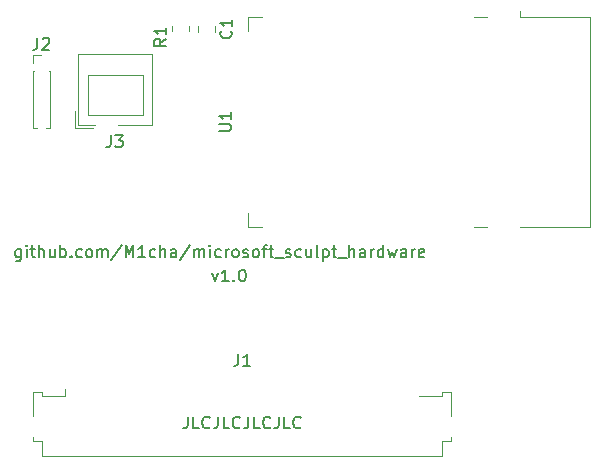
<source format=gbr>
G04 #@! TF.GenerationSoftware,KiCad,Pcbnew,5.1.8*
G04 #@! TF.CreationDate,2020-11-29T11:20:09+01:00*
G04 #@! TF.ProjectId,mssculpt,6d737363-756c-4707-942e-6b696361645f,rev?*
G04 #@! TF.SameCoordinates,Original*
G04 #@! TF.FileFunction,Legend,Top*
G04 #@! TF.FilePolarity,Positive*
%FSLAX46Y46*%
G04 Gerber Fmt 4.6, Leading zero omitted, Abs format (unit mm)*
G04 Created by KiCad (PCBNEW 5.1.8) date 2020-11-29 11:20:09*
%MOMM*%
%LPD*%
G01*
G04 APERTURE LIST*
%ADD10C,0.150000*%
%ADD11C,0.120000*%
G04 APERTURE END LIST*
D10*
X169380952Y-115952380D02*
X169380952Y-116666666D01*
X169333333Y-116809523D01*
X169238095Y-116904761D01*
X169095238Y-116952380D01*
X169000000Y-116952380D01*
X170333333Y-116952380D02*
X169857142Y-116952380D01*
X169857142Y-115952380D01*
X171238095Y-116857142D02*
X171190476Y-116904761D01*
X171047619Y-116952380D01*
X170952380Y-116952380D01*
X170809523Y-116904761D01*
X170714285Y-116809523D01*
X170666666Y-116714285D01*
X170619047Y-116523809D01*
X170619047Y-116380952D01*
X170666666Y-116190476D01*
X170714285Y-116095238D01*
X170809523Y-116000000D01*
X170952380Y-115952380D01*
X171047619Y-115952380D01*
X171190476Y-116000000D01*
X171238095Y-116047619D01*
X171952380Y-115952380D02*
X171952380Y-116666666D01*
X171904761Y-116809523D01*
X171809523Y-116904761D01*
X171666666Y-116952380D01*
X171571428Y-116952380D01*
X172904761Y-116952380D02*
X172428571Y-116952380D01*
X172428571Y-115952380D01*
X173809523Y-116857142D02*
X173761904Y-116904761D01*
X173619047Y-116952380D01*
X173523809Y-116952380D01*
X173380952Y-116904761D01*
X173285714Y-116809523D01*
X173238095Y-116714285D01*
X173190476Y-116523809D01*
X173190476Y-116380952D01*
X173238095Y-116190476D01*
X173285714Y-116095238D01*
X173380952Y-116000000D01*
X173523809Y-115952380D01*
X173619047Y-115952380D01*
X173761904Y-116000000D01*
X173809523Y-116047619D01*
X174523809Y-115952380D02*
X174523809Y-116666666D01*
X174476190Y-116809523D01*
X174380952Y-116904761D01*
X174238095Y-116952380D01*
X174142857Y-116952380D01*
X175476190Y-116952380D02*
X175000000Y-116952380D01*
X175000000Y-115952380D01*
X176380952Y-116857142D02*
X176333333Y-116904761D01*
X176190476Y-116952380D01*
X176095238Y-116952380D01*
X175952380Y-116904761D01*
X175857142Y-116809523D01*
X175809523Y-116714285D01*
X175761904Y-116523809D01*
X175761904Y-116380952D01*
X175809523Y-116190476D01*
X175857142Y-116095238D01*
X175952380Y-116000000D01*
X176095238Y-115952380D01*
X176190476Y-115952380D01*
X176333333Y-116000000D01*
X176380952Y-116047619D01*
X177095238Y-115952380D02*
X177095238Y-116666666D01*
X177047619Y-116809523D01*
X176952380Y-116904761D01*
X176809523Y-116952380D01*
X176714285Y-116952380D01*
X178047619Y-116952380D02*
X177571428Y-116952380D01*
X177571428Y-115952380D01*
X178952380Y-116857142D02*
X178904761Y-116904761D01*
X178761904Y-116952380D01*
X178666666Y-116952380D01*
X178523809Y-116904761D01*
X178428571Y-116809523D01*
X178380952Y-116714285D01*
X178333333Y-116523809D01*
X178333333Y-116380952D01*
X178380952Y-116190476D01*
X178428571Y-116095238D01*
X178523809Y-116000000D01*
X178666666Y-115952380D01*
X178761904Y-115952380D01*
X178904761Y-116000000D01*
X178952380Y-116047619D01*
X171481428Y-103835714D02*
X171719523Y-104502380D01*
X171957619Y-103835714D01*
X172862380Y-104502380D02*
X172290952Y-104502380D01*
X172576666Y-104502380D02*
X172576666Y-103502380D01*
X172481428Y-103645238D01*
X172386190Y-103740476D01*
X172290952Y-103788095D01*
X173290952Y-104407142D02*
X173338571Y-104454761D01*
X173290952Y-104502380D01*
X173243333Y-104454761D01*
X173290952Y-104407142D01*
X173290952Y-104502380D01*
X173957619Y-103502380D02*
X174052857Y-103502380D01*
X174148095Y-103550000D01*
X174195714Y-103597619D01*
X174243333Y-103692857D01*
X174290952Y-103883333D01*
X174290952Y-104121428D01*
X174243333Y-104311904D01*
X174195714Y-104407142D01*
X174148095Y-104454761D01*
X174052857Y-104502380D01*
X173957619Y-104502380D01*
X173862380Y-104454761D01*
X173814761Y-104407142D01*
X173767142Y-104311904D01*
X173719523Y-104121428D01*
X173719523Y-103883333D01*
X173767142Y-103692857D01*
X173814761Y-103597619D01*
X173862380Y-103550000D01*
X173957619Y-103502380D01*
X155266666Y-101785714D02*
X155266666Y-102595238D01*
X155219047Y-102690476D01*
X155171428Y-102738095D01*
X155076190Y-102785714D01*
X154933333Y-102785714D01*
X154838095Y-102738095D01*
X155266666Y-102404761D02*
X155171428Y-102452380D01*
X154980952Y-102452380D01*
X154885714Y-102404761D01*
X154838095Y-102357142D01*
X154790476Y-102261904D01*
X154790476Y-101976190D01*
X154838095Y-101880952D01*
X154885714Y-101833333D01*
X154980952Y-101785714D01*
X155171428Y-101785714D01*
X155266666Y-101833333D01*
X155742857Y-102452380D02*
X155742857Y-101785714D01*
X155742857Y-101452380D02*
X155695238Y-101500000D01*
X155742857Y-101547619D01*
X155790476Y-101500000D01*
X155742857Y-101452380D01*
X155742857Y-101547619D01*
X156076190Y-101785714D02*
X156457142Y-101785714D01*
X156219047Y-101452380D02*
X156219047Y-102309523D01*
X156266666Y-102404761D01*
X156361904Y-102452380D01*
X156457142Y-102452380D01*
X156790476Y-102452380D02*
X156790476Y-101452380D01*
X157219047Y-102452380D02*
X157219047Y-101928571D01*
X157171428Y-101833333D01*
X157076190Y-101785714D01*
X156933333Y-101785714D01*
X156838095Y-101833333D01*
X156790476Y-101880952D01*
X158123809Y-101785714D02*
X158123809Y-102452380D01*
X157695238Y-101785714D02*
X157695238Y-102309523D01*
X157742857Y-102404761D01*
X157838095Y-102452380D01*
X157980952Y-102452380D01*
X158076190Y-102404761D01*
X158123809Y-102357142D01*
X158600000Y-102452380D02*
X158600000Y-101452380D01*
X158600000Y-101833333D02*
X158695238Y-101785714D01*
X158885714Y-101785714D01*
X158980952Y-101833333D01*
X159028571Y-101880952D01*
X159076190Y-101976190D01*
X159076190Y-102261904D01*
X159028571Y-102357142D01*
X158980952Y-102404761D01*
X158885714Y-102452380D01*
X158695238Y-102452380D01*
X158600000Y-102404761D01*
X159504761Y-102357142D02*
X159552380Y-102404761D01*
X159504761Y-102452380D01*
X159457142Y-102404761D01*
X159504761Y-102357142D01*
X159504761Y-102452380D01*
X160409523Y-102404761D02*
X160314285Y-102452380D01*
X160123809Y-102452380D01*
X160028571Y-102404761D01*
X159980952Y-102357142D01*
X159933333Y-102261904D01*
X159933333Y-101976190D01*
X159980952Y-101880952D01*
X160028571Y-101833333D01*
X160123809Y-101785714D01*
X160314285Y-101785714D01*
X160409523Y-101833333D01*
X160980952Y-102452380D02*
X160885714Y-102404761D01*
X160838095Y-102357142D01*
X160790476Y-102261904D01*
X160790476Y-101976190D01*
X160838095Y-101880952D01*
X160885714Y-101833333D01*
X160980952Y-101785714D01*
X161123809Y-101785714D01*
X161219047Y-101833333D01*
X161266666Y-101880952D01*
X161314285Y-101976190D01*
X161314285Y-102261904D01*
X161266666Y-102357142D01*
X161219047Y-102404761D01*
X161123809Y-102452380D01*
X160980952Y-102452380D01*
X161742857Y-102452380D02*
X161742857Y-101785714D01*
X161742857Y-101880952D02*
X161790476Y-101833333D01*
X161885714Y-101785714D01*
X162028571Y-101785714D01*
X162123809Y-101833333D01*
X162171428Y-101928571D01*
X162171428Y-102452380D01*
X162171428Y-101928571D02*
X162219047Y-101833333D01*
X162314285Y-101785714D01*
X162457142Y-101785714D01*
X162552380Y-101833333D01*
X162600000Y-101928571D01*
X162600000Y-102452380D01*
X163790476Y-101404761D02*
X162933333Y-102690476D01*
X164123809Y-102452380D02*
X164123809Y-101452380D01*
X164457142Y-102166666D01*
X164790476Y-101452380D01*
X164790476Y-102452380D01*
X165790476Y-102452380D02*
X165219047Y-102452380D01*
X165504761Y-102452380D02*
X165504761Y-101452380D01*
X165409523Y-101595238D01*
X165314285Y-101690476D01*
X165219047Y-101738095D01*
X166647619Y-102404761D02*
X166552380Y-102452380D01*
X166361904Y-102452380D01*
X166266666Y-102404761D01*
X166219047Y-102357142D01*
X166171428Y-102261904D01*
X166171428Y-101976190D01*
X166219047Y-101880952D01*
X166266666Y-101833333D01*
X166361904Y-101785714D01*
X166552380Y-101785714D01*
X166647619Y-101833333D01*
X167076190Y-102452380D02*
X167076190Y-101452380D01*
X167504761Y-102452380D02*
X167504761Y-101928571D01*
X167457142Y-101833333D01*
X167361904Y-101785714D01*
X167219047Y-101785714D01*
X167123809Y-101833333D01*
X167076190Y-101880952D01*
X168409523Y-102452380D02*
X168409523Y-101928571D01*
X168361904Y-101833333D01*
X168266666Y-101785714D01*
X168076190Y-101785714D01*
X167980952Y-101833333D01*
X168409523Y-102404761D02*
X168314285Y-102452380D01*
X168076190Y-102452380D01*
X167980952Y-102404761D01*
X167933333Y-102309523D01*
X167933333Y-102214285D01*
X167980952Y-102119047D01*
X168076190Y-102071428D01*
X168314285Y-102071428D01*
X168409523Y-102023809D01*
X169600000Y-101404761D02*
X168742857Y-102690476D01*
X169933333Y-102452380D02*
X169933333Y-101785714D01*
X169933333Y-101880952D02*
X169980952Y-101833333D01*
X170076190Y-101785714D01*
X170219047Y-101785714D01*
X170314285Y-101833333D01*
X170361904Y-101928571D01*
X170361904Y-102452380D01*
X170361904Y-101928571D02*
X170409523Y-101833333D01*
X170504761Y-101785714D01*
X170647619Y-101785714D01*
X170742857Y-101833333D01*
X170790476Y-101928571D01*
X170790476Y-102452380D01*
X171266666Y-102452380D02*
X171266666Y-101785714D01*
X171266666Y-101452380D02*
X171219047Y-101500000D01*
X171266666Y-101547619D01*
X171314285Y-101500000D01*
X171266666Y-101452380D01*
X171266666Y-101547619D01*
X172171428Y-102404761D02*
X172076190Y-102452380D01*
X171885714Y-102452380D01*
X171790476Y-102404761D01*
X171742857Y-102357142D01*
X171695238Y-102261904D01*
X171695238Y-101976190D01*
X171742857Y-101880952D01*
X171790476Y-101833333D01*
X171885714Y-101785714D01*
X172076190Y-101785714D01*
X172171428Y-101833333D01*
X172600000Y-102452380D02*
X172600000Y-101785714D01*
X172600000Y-101976190D02*
X172647619Y-101880952D01*
X172695238Y-101833333D01*
X172790476Y-101785714D01*
X172885714Y-101785714D01*
X173361904Y-102452380D02*
X173266666Y-102404761D01*
X173219047Y-102357142D01*
X173171428Y-102261904D01*
X173171428Y-101976190D01*
X173219047Y-101880952D01*
X173266666Y-101833333D01*
X173361904Y-101785714D01*
X173504761Y-101785714D01*
X173600000Y-101833333D01*
X173647619Y-101880952D01*
X173695238Y-101976190D01*
X173695238Y-102261904D01*
X173647619Y-102357142D01*
X173600000Y-102404761D01*
X173504761Y-102452380D01*
X173361904Y-102452380D01*
X174076190Y-102404761D02*
X174171428Y-102452380D01*
X174361904Y-102452380D01*
X174457142Y-102404761D01*
X174504761Y-102309523D01*
X174504761Y-102261904D01*
X174457142Y-102166666D01*
X174361904Y-102119047D01*
X174219047Y-102119047D01*
X174123809Y-102071428D01*
X174076190Y-101976190D01*
X174076190Y-101928571D01*
X174123809Y-101833333D01*
X174219047Y-101785714D01*
X174361904Y-101785714D01*
X174457142Y-101833333D01*
X175076190Y-102452380D02*
X174980952Y-102404761D01*
X174933333Y-102357142D01*
X174885714Y-102261904D01*
X174885714Y-101976190D01*
X174933333Y-101880952D01*
X174980952Y-101833333D01*
X175076190Y-101785714D01*
X175219047Y-101785714D01*
X175314285Y-101833333D01*
X175361904Y-101880952D01*
X175409523Y-101976190D01*
X175409523Y-102261904D01*
X175361904Y-102357142D01*
X175314285Y-102404761D01*
X175219047Y-102452380D01*
X175076190Y-102452380D01*
X175695238Y-101785714D02*
X176076190Y-101785714D01*
X175838095Y-102452380D02*
X175838095Y-101595238D01*
X175885714Y-101500000D01*
X175980952Y-101452380D01*
X176076190Y-101452380D01*
X176266666Y-101785714D02*
X176647619Y-101785714D01*
X176409523Y-101452380D02*
X176409523Y-102309523D01*
X176457142Y-102404761D01*
X176552380Y-102452380D01*
X176647619Y-102452380D01*
X176742857Y-102547619D02*
X177504761Y-102547619D01*
X177695238Y-102404761D02*
X177790476Y-102452380D01*
X177980952Y-102452380D01*
X178076190Y-102404761D01*
X178123809Y-102309523D01*
X178123809Y-102261904D01*
X178076190Y-102166666D01*
X177980952Y-102119047D01*
X177838095Y-102119047D01*
X177742857Y-102071428D01*
X177695238Y-101976190D01*
X177695238Y-101928571D01*
X177742857Y-101833333D01*
X177838095Y-101785714D01*
X177980952Y-101785714D01*
X178076190Y-101833333D01*
X178980952Y-102404761D02*
X178885714Y-102452380D01*
X178695238Y-102452380D01*
X178600000Y-102404761D01*
X178552380Y-102357142D01*
X178504761Y-102261904D01*
X178504761Y-101976190D01*
X178552380Y-101880952D01*
X178600000Y-101833333D01*
X178695238Y-101785714D01*
X178885714Y-101785714D01*
X178980952Y-101833333D01*
X179838095Y-101785714D02*
X179838095Y-102452380D01*
X179409523Y-101785714D02*
X179409523Y-102309523D01*
X179457142Y-102404761D01*
X179552380Y-102452380D01*
X179695238Y-102452380D01*
X179790476Y-102404761D01*
X179838095Y-102357142D01*
X180457142Y-102452380D02*
X180361904Y-102404761D01*
X180314285Y-102309523D01*
X180314285Y-101452380D01*
X180838095Y-101785714D02*
X180838095Y-102785714D01*
X180838095Y-101833333D02*
X180933333Y-101785714D01*
X181123809Y-101785714D01*
X181219047Y-101833333D01*
X181266666Y-101880952D01*
X181314285Y-101976190D01*
X181314285Y-102261904D01*
X181266666Y-102357142D01*
X181219047Y-102404761D01*
X181123809Y-102452380D01*
X180933333Y-102452380D01*
X180838095Y-102404761D01*
X181600000Y-101785714D02*
X181980952Y-101785714D01*
X181742857Y-101452380D02*
X181742857Y-102309523D01*
X181790476Y-102404761D01*
X181885714Y-102452380D01*
X181980952Y-102452380D01*
X182076190Y-102547619D02*
X182838095Y-102547619D01*
X183076190Y-102452380D02*
X183076190Y-101452380D01*
X183504761Y-102452380D02*
X183504761Y-101928571D01*
X183457142Y-101833333D01*
X183361904Y-101785714D01*
X183219047Y-101785714D01*
X183123809Y-101833333D01*
X183076190Y-101880952D01*
X184409523Y-102452380D02*
X184409523Y-101928571D01*
X184361904Y-101833333D01*
X184266666Y-101785714D01*
X184076190Y-101785714D01*
X183980952Y-101833333D01*
X184409523Y-102404761D02*
X184314285Y-102452380D01*
X184076190Y-102452380D01*
X183980952Y-102404761D01*
X183933333Y-102309523D01*
X183933333Y-102214285D01*
X183980952Y-102119047D01*
X184076190Y-102071428D01*
X184314285Y-102071428D01*
X184409523Y-102023809D01*
X184885714Y-102452380D02*
X184885714Y-101785714D01*
X184885714Y-101976190D02*
X184933333Y-101880952D01*
X184980952Y-101833333D01*
X185076190Y-101785714D01*
X185171428Y-101785714D01*
X185933333Y-102452380D02*
X185933333Y-101452380D01*
X185933333Y-102404761D02*
X185838095Y-102452380D01*
X185647619Y-102452380D01*
X185552380Y-102404761D01*
X185504761Y-102357142D01*
X185457142Y-102261904D01*
X185457142Y-101976190D01*
X185504761Y-101880952D01*
X185552380Y-101833333D01*
X185647619Y-101785714D01*
X185838095Y-101785714D01*
X185933333Y-101833333D01*
X186314285Y-101785714D02*
X186504761Y-102452380D01*
X186695238Y-101976190D01*
X186885714Y-102452380D01*
X187076190Y-101785714D01*
X187885714Y-102452380D02*
X187885714Y-101928571D01*
X187838095Y-101833333D01*
X187742857Y-101785714D01*
X187552380Y-101785714D01*
X187457142Y-101833333D01*
X187885714Y-102404761D02*
X187790476Y-102452380D01*
X187552380Y-102452380D01*
X187457142Y-102404761D01*
X187409523Y-102309523D01*
X187409523Y-102214285D01*
X187457142Y-102119047D01*
X187552380Y-102071428D01*
X187790476Y-102071428D01*
X187885714Y-102023809D01*
X188361904Y-102452380D02*
X188361904Y-101785714D01*
X188361904Y-101976190D02*
X188409523Y-101880952D01*
X188457142Y-101833333D01*
X188552380Y-101785714D01*
X188647619Y-101785714D01*
X189361904Y-102404761D02*
X189266666Y-102452380D01*
X189076190Y-102452380D01*
X188980952Y-102404761D01*
X188933333Y-102309523D01*
X188933333Y-101928571D01*
X188980952Y-101833333D01*
X189076190Y-101785714D01*
X189266666Y-101785714D01*
X189361904Y-101833333D01*
X189409523Y-101928571D01*
X189409523Y-102023809D01*
X188933333Y-102119047D01*
D11*
X159840000Y-91560000D02*
X161340000Y-91560000D01*
X159840000Y-90060000D02*
X159840000Y-91560000D01*
X165560000Y-90460000D02*
X163500000Y-90460000D01*
X165560000Y-86990000D02*
X165560000Y-90460000D01*
X164140000Y-86990000D02*
X165560000Y-86990000D01*
X160940000Y-90460000D02*
X163550000Y-90460000D01*
X160950000Y-87000000D02*
X160940000Y-90460000D01*
X162360000Y-86990000D02*
X160950000Y-87000000D01*
X164140000Y-85290000D02*
X162360000Y-85290000D01*
X162360000Y-86990000D02*
X164140000Y-86990000D01*
X166360000Y-91260000D02*
X163460000Y-91260000D01*
X166360000Y-85290000D02*
X166360000Y-91260000D01*
X160140000Y-85290000D02*
X166360000Y-85290000D01*
X160140000Y-91260000D02*
X160140000Y-85290000D01*
X161540000Y-91260000D02*
X160140000Y-91260000D01*
X197490000Y-82130000D02*
X197490000Y-81630000D01*
X203470000Y-82130000D02*
X197490000Y-82130000D01*
X203470000Y-99870000D02*
X203470000Y-82130000D01*
X203470000Y-99870000D02*
X197490000Y-99870000D01*
X194700000Y-82130000D02*
X193660000Y-82130000D01*
X194700000Y-99870000D02*
X193660000Y-99870000D01*
X174530000Y-99870000D02*
X174530000Y-98720000D01*
X174530000Y-99870000D02*
X175650000Y-99870000D01*
X174530000Y-82130000D02*
X174530000Y-83280000D01*
X174530000Y-82130000D02*
X175650000Y-82130000D01*
X156305000Y-85315000D02*
X157000000Y-85315000D01*
X156305000Y-86000000D02*
X156305000Y-85315000D01*
X157608276Y-86685000D02*
X157695000Y-86685000D01*
X156305000Y-86685000D02*
X156391724Y-86685000D01*
X157695000Y-86685000D02*
X157695000Y-91560000D01*
X156305000Y-86685000D02*
X156305000Y-91560000D01*
X157394493Y-91560000D02*
X157695000Y-91560000D01*
X156305000Y-91560000D02*
X156605507Y-91560000D01*
X159040000Y-113590000D02*
X159040000Y-114180000D01*
X159040000Y-114180000D02*
X157060000Y-114180000D01*
X157060000Y-114180000D02*
X157060000Y-113830000D01*
X157060000Y-113830000D02*
X156290000Y-113830000D01*
X156290000Y-113830000D02*
X156290000Y-115880000D01*
X156290000Y-117700000D02*
X156290000Y-118000000D01*
X156290000Y-118000000D02*
X157090000Y-118000000D01*
X157090000Y-118000000D02*
X157090000Y-119300000D01*
X157090000Y-119300000D02*
X190910000Y-119300000D01*
X190910000Y-119300000D02*
X190910000Y-118000000D01*
X190910000Y-118000000D02*
X191710000Y-118000000D01*
X191710000Y-118000000D02*
X191710000Y-117700000D01*
X191710000Y-115880000D02*
X191710000Y-113830000D01*
X191710000Y-113830000D02*
X190940000Y-113830000D01*
X190940000Y-113830000D02*
X190940000Y-114180000D01*
X190940000Y-114180000D02*
X188960000Y-114180000D01*
X171735000Y-82876248D02*
X171735000Y-83398752D01*
X170265000Y-82876248D02*
X170265000Y-83398752D01*
X169535000Y-82885436D02*
X169535000Y-83339564D01*
X168065000Y-82885436D02*
X168065000Y-83339564D01*
D10*
X162866666Y-92152380D02*
X162866666Y-92866666D01*
X162819047Y-93009523D01*
X162723809Y-93104761D01*
X162580952Y-93152380D01*
X162485714Y-93152380D01*
X163247619Y-92152380D02*
X163866666Y-92152380D01*
X163533333Y-92533333D01*
X163676190Y-92533333D01*
X163771428Y-92580952D01*
X163819047Y-92628571D01*
X163866666Y-92723809D01*
X163866666Y-92961904D01*
X163819047Y-93057142D01*
X163771428Y-93104761D01*
X163676190Y-93152380D01*
X163390476Y-93152380D01*
X163295238Y-93104761D01*
X163247619Y-93057142D01*
X172052380Y-91761904D02*
X172861904Y-91761904D01*
X172957142Y-91714285D01*
X173004761Y-91666666D01*
X173052380Y-91571428D01*
X173052380Y-91380952D01*
X173004761Y-91285714D01*
X172957142Y-91238095D01*
X172861904Y-91190476D01*
X172052380Y-91190476D01*
X173052380Y-90190476D02*
X173052380Y-90761904D01*
X173052380Y-90476190D02*
X172052380Y-90476190D01*
X172195238Y-90571428D01*
X172290476Y-90666666D01*
X172338095Y-90761904D01*
X156666666Y-83892380D02*
X156666666Y-84606666D01*
X156619047Y-84749523D01*
X156523809Y-84844761D01*
X156380952Y-84892380D01*
X156285714Y-84892380D01*
X157095238Y-83987619D02*
X157142857Y-83940000D01*
X157238095Y-83892380D01*
X157476190Y-83892380D01*
X157571428Y-83940000D01*
X157619047Y-83987619D01*
X157666666Y-84082857D01*
X157666666Y-84178095D01*
X157619047Y-84320952D01*
X157047619Y-84892380D01*
X157666666Y-84892380D01*
X173666666Y-110652380D02*
X173666666Y-111366666D01*
X173619047Y-111509523D01*
X173523809Y-111604761D01*
X173380952Y-111652380D01*
X173285714Y-111652380D01*
X174666666Y-111652380D02*
X174095238Y-111652380D01*
X174380952Y-111652380D02*
X174380952Y-110652380D01*
X174285714Y-110795238D01*
X174190476Y-110890476D01*
X174095238Y-110938095D01*
X173037142Y-83304166D02*
X173084761Y-83351785D01*
X173132380Y-83494642D01*
X173132380Y-83589880D01*
X173084761Y-83732738D01*
X172989523Y-83827976D01*
X172894285Y-83875595D01*
X172703809Y-83923214D01*
X172560952Y-83923214D01*
X172370476Y-83875595D01*
X172275238Y-83827976D01*
X172180000Y-83732738D01*
X172132380Y-83589880D01*
X172132380Y-83494642D01*
X172180000Y-83351785D01*
X172227619Y-83304166D01*
X173132380Y-82351785D02*
X173132380Y-82923214D01*
X173132380Y-82637500D02*
X172132380Y-82637500D01*
X172275238Y-82732738D01*
X172370476Y-82827976D01*
X172418095Y-82923214D01*
X167552380Y-83966666D02*
X167076190Y-84300000D01*
X167552380Y-84538095D02*
X166552380Y-84538095D01*
X166552380Y-84157142D01*
X166600000Y-84061904D01*
X166647619Y-84014285D01*
X166742857Y-83966666D01*
X166885714Y-83966666D01*
X166980952Y-84014285D01*
X167028571Y-84061904D01*
X167076190Y-84157142D01*
X167076190Y-84538095D01*
X167552380Y-83014285D02*
X167552380Y-83585714D01*
X167552380Y-83300000D02*
X166552380Y-83300000D01*
X166695238Y-83395238D01*
X166790476Y-83490476D01*
X166838095Y-83585714D01*
M02*

</source>
